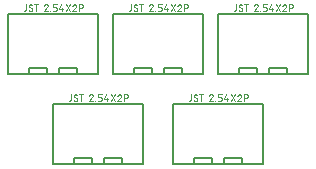
<source format=gbr>
G04 EAGLE Gerber RS-274X export*
G75*
%MOMM*%
%FSLAX34Y34*%
%LPD*%
%INSilkscreen Top*%
%IPPOS*%
%AMOC8*
5,1,8,0,0,1.08239X$1,22.5*%
G01*
%ADD10C,0.127000*%
%ADD11C,0.050800*%


D10*
X50800Y152400D02*
X50800Y101600D01*
X68580Y101600D01*
X83820Y101600D01*
X93980Y101600D02*
X109220Y101600D01*
X127000Y101600D01*
X127000Y152400D01*
X50800Y152400D01*
X68580Y106680D02*
X68580Y101600D01*
X83820Y101600D02*
X83820Y106680D01*
X83820Y101600D02*
X93980Y101600D01*
X93980Y106680D01*
X109220Y106680D02*
X109220Y101600D01*
X83820Y106680D02*
X68580Y106680D01*
X93980Y106680D02*
X109220Y106680D01*
D11*
X65617Y156436D02*
X65617Y160782D01*
X65617Y156436D02*
X65615Y156366D01*
X65609Y156297D01*
X65599Y156228D01*
X65586Y156160D01*
X65568Y156092D01*
X65547Y156026D01*
X65522Y155961D01*
X65494Y155897D01*
X65462Y155835D01*
X65427Y155775D01*
X65388Y155717D01*
X65346Y155662D01*
X65301Y155608D01*
X65253Y155558D01*
X65203Y155510D01*
X65149Y155465D01*
X65094Y155423D01*
X65036Y155384D01*
X64976Y155349D01*
X64914Y155317D01*
X64850Y155289D01*
X64785Y155264D01*
X64719Y155243D01*
X64651Y155225D01*
X64583Y155212D01*
X64514Y155202D01*
X64445Y155196D01*
X64375Y155194D01*
X63754Y155194D01*
X69838Y155194D02*
X69908Y155196D01*
X69977Y155202D01*
X70046Y155212D01*
X70114Y155225D01*
X70182Y155243D01*
X70248Y155264D01*
X70313Y155289D01*
X70377Y155317D01*
X70439Y155349D01*
X70499Y155384D01*
X70557Y155423D01*
X70612Y155465D01*
X70666Y155510D01*
X70716Y155558D01*
X70764Y155608D01*
X70809Y155662D01*
X70851Y155717D01*
X70890Y155775D01*
X70925Y155835D01*
X70957Y155897D01*
X70985Y155961D01*
X71010Y156026D01*
X71031Y156092D01*
X71049Y156160D01*
X71062Y156228D01*
X71072Y156297D01*
X71078Y156366D01*
X71080Y156436D01*
X69838Y155194D02*
X69739Y155196D01*
X69641Y155201D01*
X69543Y155211D01*
X69445Y155224D01*
X69348Y155240D01*
X69251Y155260D01*
X69156Y155284D01*
X69061Y155312D01*
X68967Y155343D01*
X68875Y155377D01*
X68784Y155415D01*
X68694Y155456D01*
X68606Y155501D01*
X68520Y155549D01*
X68436Y155600D01*
X68354Y155654D01*
X68273Y155712D01*
X68195Y155772D01*
X68120Y155835D01*
X68046Y155901D01*
X67976Y155970D01*
X68131Y159540D02*
X68133Y159610D01*
X68139Y159679D01*
X68149Y159748D01*
X68162Y159816D01*
X68180Y159884D01*
X68201Y159950D01*
X68226Y160015D01*
X68254Y160079D01*
X68286Y160141D01*
X68321Y160201D01*
X68360Y160259D01*
X68402Y160314D01*
X68447Y160368D01*
X68495Y160418D01*
X68545Y160466D01*
X68599Y160511D01*
X68654Y160553D01*
X68712Y160592D01*
X68772Y160627D01*
X68834Y160659D01*
X68898Y160687D01*
X68963Y160712D01*
X69029Y160733D01*
X69097Y160751D01*
X69165Y160764D01*
X69234Y160774D01*
X69303Y160780D01*
X69373Y160782D01*
X69467Y160780D01*
X69560Y160774D01*
X69653Y160765D01*
X69746Y160752D01*
X69838Y160735D01*
X69929Y160715D01*
X70020Y160690D01*
X70109Y160663D01*
X70197Y160631D01*
X70284Y160596D01*
X70370Y160558D01*
X70453Y160516D01*
X70535Y160471D01*
X70616Y160423D01*
X70694Y160371D01*
X70770Y160316D01*
X68752Y158454D02*
X68693Y158490D01*
X68637Y158530D01*
X68583Y158573D01*
X68531Y158618D01*
X68482Y158667D01*
X68436Y158718D01*
X68393Y158771D01*
X68352Y158827D01*
X68315Y158885D01*
X68280Y158945D01*
X68250Y159006D01*
X68222Y159069D01*
X68198Y159134D01*
X68178Y159200D01*
X68161Y159267D01*
X68148Y159334D01*
X68139Y159402D01*
X68133Y159471D01*
X68131Y159540D01*
X70459Y157522D02*
X70518Y157486D01*
X70574Y157446D01*
X70628Y157403D01*
X70680Y157358D01*
X70729Y157309D01*
X70775Y157258D01*
X70818Y157205D01*
X70859Y157149D01*
X70896Y157091D01*
X70931Y157031D01*
X70961Y156970D01*
X70989Y156907D01*
X71013Y156842D01*
X71033Y156776D01*
X71050Y156709D01*
X71063Y156642D01*
X71072Y156574D01*
X71078Y156505D01*
X71080Y156436D01*
X70459Y157522D02*
X68752Y158454D01*
X74466Y160782D02*
X74466Y155194D01*
X72914Y160782D02*
X76018Y160782D01*
X82668Y160782D02*
X82741Y160780D01*
X82814Y160774D01*
X82887Y160765D01*
X82958Y160751D01*
X83030Y160734D01*
X83100Y160714D01*
X83169Y160689D01*
X83236Y160661D01*
X83302Y160630D01*
X83367Y160595D01*
X83429Y160557D01*
X83489Y160515D01*
X83547Y160471D01*
X83603Y160423D01*
X83656Y160373D01*
X83706Y160320D01*
X83754Y160264D01*
X83798Y160206D01*
X83840Y160146D01*
X83878Y160084D01*
X83913Y160019D01*
X83944Y159953D01*
X83972Y159886D01*
X83997Y159817D01*
X84017Y159747D01*
X84034Y159675D01*
X84048Y159604D01*
X84057Y159531D01*
X84063Y159458D01*
X84065Y159385D01*
X82668Y160782D02*
X82584Y160780D01*
X82501Y160774D01*
X82418Y160765D01*
X82336Y160751D01*
X82254Y160734D01*
X82173Y160712D01*
X82093Y160687D01*
X82015Y160659D01*
X81937Y160627D01*
X81862Y160591D01*
X81788Y160552D01*
X81716Y160509D01*
X81646Y160463D01*
X81579Y160414D01*
X81513Y160361D01*
X81451Y160306D01*
X81391Y160248D01*
X81333Y160187D01*
X81279Y160124D01*
X81227Y160058D01*
X81179Y159990D01*
X81134Y159919D01*
X81092Y159847D01*
X81054Y159772D01*
X81019Y159696D01*
X80988Y159619D01*
X80960Y159540D01*
X83598Y158299D02*
X83652Y158352D01*
X83703Y158409D01*
X83751Y158468D01*
X83796Y158529D01*
X83837Y158592D01*
X83876Y158658D01*
X83911Y158725D01*
X83943Y158794D01*
X83971Y158865D01*
X83995Y158936D01*
X84016Y159009D01*
X84033Y159083D01*
X84047Y159158D01*
X84056Y159233D01*
X84062Y159309D01*
X84064Y159385D01*
X83599Y158298D02*
X80960Y155194D01*
X84065Y155194D01*
X86198Y155194D02*
X86198Y155504D01*
X86508Y155504D01*
X86508Y155194D01*
X86198Y155194D01*
X88641Y155194D02*
X90504Y155194D01*
X90574Y155196D01*
X90643Y155202D01*
X90712Y155212D01*
X90780Y155225D01*
X90848Y155243D01*
X90914Y155264D01*
X90979Y155289D01*
X91043Y155317D01*
X91105Y155349D01*
X91165Y155384D01*
X91223Y155423D01*
X91278Y155465D01*
X91332Y155510D01*
X91382Y155558D01*
X91430Y155608D01*
X91475Y155662D01*
X91517Y155717D01*
X91556Y155775D01*
X91591Y155835D01*
X91623Y155897D01*
X91651Y155961D01*
X91676Y156026D01*
X91697Y156092D01*
X91715Y156160D01*
X91728Y156228D01*
X91738Y156297D01*
X91744Y156366D01*
X91746Y156436D01*
X91746Y157057D01*
X91744Y157127D01*
X91738Y157196D01*
X91728Y157265D01*
X91715Y157333D01*
X91697Y157401D01*
X91676Y157467D01*
X91651Y157532D01*
X91623Y157596D01*
X91591Y157658D01*
X91556Y157718D01*
X91517Y157776D01*
X91475Y157831D01*
X91430Y157885D01*
X91382Y157935D01*
X91332Y157983D01*
X91278Y158028D01*
X91223Y158070D01*
X91165Y158109D01*
X91105Y158144D01*
X91043Y158176D01*
X90979Y158204D01*
X90914Y158229D01*
X90848Y158250D01*
X90780Y158268D01*
X90712Y158281D01*
X90643Y158291D01*
X90574Y158297D01*
X90504Y158299D01*
X90504Y158298D02*
X88641Y158298D01*
X88641Y160782D01*
X91746Y160782D01*
X95369Y160782D02*
X94127Y156436D01*
X97232Y156436D01*
X96301Y157678D02*
X96301Y155194D01*
X99303Y155194D02*
X103029Y160782D01*
X99303Y160782D02*
X103029Y155194D01*
X108205Y159385D02*
X108203Y159458D01*
X108197Y159531D01*
X108188Y159604D01*
X108174Y159675D01*
X108157Y159747D01*
X108137Y159817D01*
X108112Y159886D01*
X108084Y159953D01*
X108053Y160019D01*
X108018Y160084D01*
X107980Y160146D01*
X107938Y160206D01*
X107894Y160264D01*
X107846Y160320D01*
X107796Y160373D01*
X107743Y160423D01*
X107687Y160471D01*
X107629Y160515D01*
X107569Y160557D01*
X107507Y160595D01*
X107442Y160630D01*
X107376Y160661D01*
X107309Y160689D01*
X107240Y160714D01*
X107170Y160734D01*
X107098Y160751D01*
X107027Y160765D01*
X106954Y160774D01*
X106881Y160780D01*
X106808Y160782D01*
X106724Y160780D01*
X106641Y160774D01*
X106558Y160765D01*
X106476Y160751D01*
X106394Y160734D01*
X106313Y160712D01*
X106233Y160687D01*
X106155Y160659D01*
X106077Y160627D01*
X106002Y160591D01*
X105928Y160552D01*
X105856Y160509D01*
X105786Y160463D01*
X105719Y160414D01*
X105653Y160361D01*
X105591Y160306D01*
X105531Y160248D01*
X105473Y160187D01*
X105419Y160124D01*
X105367Y160058D01*
X105319Y159990D01*
X105274Y159919D01*
X105232Y159847D01*
X105194Y159772D01*
X105159Y159696D01*
X105128Y159619D01*
X105100Y159540D01*
X107738Y158299D02*
X107792Y158352D01*
X107843Y158409D01*
X107891Y158468D01*
X107936Y158529D01*
X107977Y158592D01*
X108016Y158658D01*
X108051Y158725D01*
X108083Y158794D01*
X108111Y158865D01*
X108135Y158936D01*
X108156Y159009D01*
X108173Y159083D01*
X108187Y159158D01*
X108196Y159233D01*
X108202Y159309D01*
X108204Y159385D01*
X107739Y158298D02*
X105100Y155194D01*
X108205Y155194D01*
X110852Y155194D02*
X110852Y160782D01*
X112405Y160782D01*
X112482Y160780D01*
X112560Y160774D01*
X112636Y160765D01*
X112713Y160751D01*
X112788Y160734D01*
X112862Y160713D01*
X112936Y160688D01*
X113008Y160660D01*
X113078Y160628D01*
X113147Y160593D01*
X113214Y160554D01*
X113279Y160512D01*
X113342Y160467D01*
X113403Y160419D01*
X113461Y160368D01*
X113516Y160314D01*
X113569Y160257D01*
X113618Y160198D01*
X113665Y160136D01*
X113709Y160072D01*
X113749Y160006D01*
X113786Y159938D01*
X113820Y159868D01*
X113850Y159797D01*
X113876Y159724D01*
X113899Y159650D01*
X113918Y159575D01*
X113933Y159500D01*
X113945Y159423D01*
X113953Y159346D01*
X113957Y159269D01*
X113957Y159191D01*
X113953Y159114D01*
X113945Y159037D01*
X113933Y158960D01*
X113918Y158885D01*
X113899Y158810D01*
X113876Y158736D01*
X113850Y158663D01*
X113820Y158592D01*
X113786Y158522D01*
X113749Y158454D01*
X113709Y158388D01*
X113665Y158324D01*
X113618Y158262D01*
X113569Y158203D01*
X113516Y158146D01*
X113461Y158092D01*
X113403Y158041D01*
X113342Y157993D01*
X113279Y157948D01*
X113214Y157906D01*
X113147Y157867D01*
X113078Y157832D01*
X113008Y157800D01*
X112936Y157772D01*
X112862Y157747D01*
X112788Y157726D01*
X112713Y157709D01*
X112636Y157695D01*
X112560Y157686D01*
X112482Y157680D01*
X112405Y157678D01*
X110852Y157678D01*
D10*
X139700Y152400D02*
X139700Y101600D01*
X157480Y101600D01*
X172720Y101600D01*
X182880Y101600D02*
X198120Y101600D01*
X215900Y101600D01*
X215900Y152400D01*
X139700Y152400D01*
X157480Y106680D02*
X157480Y101600D01*
X172720Y101600D02*
X172720Y106680D01*
X172720Y101600D02*
X182880Y101600D01*
X182880Y106680D01*
X198120Y106680D02*
X198120Y101600D01*
X172720Y106680D02*
X157480Y106680D01*
X182880Y106680D02*
X198120Y106680D01*
D11*
X154517Y156436D02*
X154517Y160782D01*
X154517Y156436D02*
X154515Y156366D01*
X154509Y156297D01*
X154499Y156228D01*
X154486Y156160D01*
X154468Y156092D01*
X154447Y156026D01*
X154422Y155961D01*
X154394Y155897D01*
X154362Y155835D01*
X154327Y155775D01*
X154288Y155717D01*
X154246Y155662D01*
X154201Y155608D01*
X154153Y155558D01*
X154103Y155510D01*
X154049Y155465D01*
X153994Y155423D01*
X153936Y155384D01*
X153876Y155349D01*
X153814Y155317D01*
X153750Y155289D01*
X153685Y155264D01*
X153619Y155243D01*
X153551Y155225D01*
X153483Y155212D01*
X153414Y155202D01*
X153345Y155196D01*
X153275Y155194D01*
X152654Y155194D01*
X158738Y155194D02*
X158808Y155196D01*
X158877Y155202D01*
X158946Y155212D01*
X159014Y155225D01*
X159082Y155243D01*
X159148Y155264D01*
X159213Y155289D01*
X159277Y155317D01*
X159339Y155349D01*
X159399Y155384D01*
X159457Y155423D01*
X159512Y155465D01*
X159566Y155510D01*
X159616Y155558D01*
X159664Y155608D01*
X159709Y155662D01*
X159751Y155717D01*
X159790Y155775D01*
X159825Y155835D01*
X159857Y155897D01*
X159885Y155961D01*
X159910Y156026D01*
X159931Y156092D01*
X159949Y156160D01*
X159962Y156228D01*
X159972Y156297D01*
X159978Y156366D01*
X159980Y156436D01*
X158738Y155194D02*
X158639Y155196D01*
X158541Y155201D01*
X158443Y155211D01*
X158345Y155224D01*
X158248Y155240D01*
X158151Y155260D01*
X158056Y155284D01*
X157961Y155312D01*
X157867Y155343D01*
X157775Y155377D01*
X157684Y155415D01*
X157594Y155456D01*
X157506Y155501D01*
X157420Y155549D01*
X157336Y155600D01*
X157254Y155654D01*
X157173Y155712D01*
X157095Y155772D01*
X157020Y155835D01*
X156946Y155901D01*
X156876Y155970D01*
X157031Y159540D02*
X157033Y159610D01*
X157039Y159679D01*
X157049Y159748D01*
X157062Y159816D01*
X157080Y159884D01*
X157101Y159950D01*
X157126Y160015D01*
X157154Y160079D01*
X157186Y160141D01*
X157221Y160201D01*
X157260Y160259D01*
X157302Y160314D01*
X157347Y160368D01*
X157395Y160418D01*
X157445Y160466D01*
X157499Y160511D01*
X157554Y160553D01*
X157612Y160592D01*
X157672Y160627D01*
X157734Y160659D01*
X157798Y160687D01*
X157863Y160712D01*
X157929Y160733D01*
X157997Y160751D01*
X158065Y160764D01*
X158134Y160774D01*
X158203Y160780D01*
X158273Y160782D01*
X158367Y160780D01*
X158460Y160774D01*
X158553Y160765D01*
X158646Y160752D01*
X158738Y160735D01*
X158829Y160715D01*
X158920Y160690D01*
X159009Y160663D01*
X159097Y160631D01*
X159184Y160596D01*
X159270Y160558D01*
X159353Y160516D01*
X159435Y160471D01*
X159516Y160423D01*
X159594Y160371D01*
X159670Y160316D01*
X157652Y158454D02*
X157593Y158490D01*
X157537Y158530D01*
X157483Y158573D01*
X157431Y158618D01*
X157382Y158667D01*
X157336Y158718D01*
X157293Y158771D01*
X157252Y158827D01*
X157215Y158885D01*
X157180Y158945D01*
X157150Y159006D01*
X157122Y159069D01*
X157098Y159134D01*
X157078Y159200D01*
X157061Y159267D01*
X157048Y159334D01*
X157039Y159402D01*
X157033Y159471D01*
X157031Y159540D01*
X159359Y157522D02*
X159418Y157486D01*
X159474Y157446D01*
X159528Y157403D01*
X159580Y157358D01*
X159629Y157309D01*
X159675Y157258D01*
X159718Y157205D01*
X159759Y157149D01*
X159796Y157091D01*
X159831Y157031D01*
X159861Y156970D01*
X159889Y156907D01*
X159913Y156842D01*
X159933Y156776D01*
X159950Y156709D01*
X159963Y156642D01*
X159972Y156574D01*
X159978Y156505D01*
X159980Y156436D01*
X159359Y157522D02*
X157652Y158454D01*
X163366Y160782D02*
X163366Y155194D01*
X161814Y160782D02*
X164918Y160782D01*
X171568Y160782D02*
X171641Y160780D01*
X171714Y160774D01*
X171787Y160765D01*
X171858Y160751D01*
X171930Y160734D01*
X172000Y160714D01*
X172069Y160689D01*
X172136Y160661D01*
X172202Y160630D01*
X172267Y160595D01*
X172329Y160557D01*
X172389Y160515D01*
X172447Y160471D01*
X172503Y160423D01*
X172556Y160373D01*
X172606Y160320D01*
X172654Y160264D01*
X172698Y160206D01*
X172740Y160146D01*
X172778Y160084D01*
X172813Y160019D01*
X172844Y159953D01*
X172872Y159886D01*
X172897Y159817D01*
X172917Y159747D01*
X172934Y159675D01*
X172948Y159604D01*
X172957Y159531D01*
X172963Y159458D01*
X172965Y159385D01*
X171568Y160782D02*
X171484Y160780D01*
X171401Y160774D01*
X171318Y160765D01*
X171236Y160751D01*
X171154Y160734D01*
X171073Y160712D01*
X170993Y160687D01*
X170915Y160659D01*
X170837Y160627D01*
X170762Y160591D01*
X170688Y160552D01*
X170616Y160509D01*
X170546Y160463D01*
X170479Y160414D01*
X170413Y160361D01*
X170351Y160306D01*
X170291Y160248D01*
X170233Y160187D01*
X170179Y160124D01*
X170127Y160058D01*
X170079Y159990D01*
X170034Y159919D01*
X169992Y159847D01*
X169954Y159772D01*
X169919Y159696D01*
X169888Y159619D01*
X169860Y159540D01*
X172498Y158299D02*
X172552Y158352D01*
X172603Y158409D01*
X172651Y158468D01*
X172696Y158529D01*
X172737Y158592D01*
X172776Y158658D01*
X172811Y158725D01*
X172843Y158794D01*
X172871Y158865D01*
X172895Y158936D01*
X172916Y159009D01*
X172933Y159083D01*
X172947Y159158D01*
X172956Y159233D01*
X172962Y159309D01*
X172964Y159385D01*
X172499Y158298D02*
X169860Y155194D01*
X172965Y155194D01*
X175098Y155194D02*
X175098Y155504D01*
X175408Y155504D01*
X175408Y155194D01*
X175098Y155194D01*
X177541Y155194D02*
X179404Y155194D01*
X179474Y155196D01*
X179543Y155202D01*
X179612Y155212D01*
X179680Y155225D01*
X179748Y155243D01*
X179814Y155264D01*
X179879Y155289D01*
X179943Y155317D01*
X180005Y155349D01*
X180065Y155384D01*
X180123Y155423D01*
X180178Y155465D01*
X180232Y155510D01*
X180282Y155558D01*
X180330Y155608D01*
X180375Y155662D01*
X180417Y155717D01*
X180456Y155775D01*
X180491Y155835D01*
X180523Y155897D01*
X180551Y155961D01*
X180576Y156026D01*
X180597Y156092D01*
X180615Y156160D01*
X180628Y156228D01*
X180638Y156297D01*
X180644Y156366D01*
X180646Y156436D01*
X180646Y157057D01*
X180644Y157127D01*
X180638Y157196D01*
X180628Y157265D01*
X180615Y157333D01*
X180597Y157401D01*
X180576Y157467D01*
X180551Y157532D01*
X180523Y157596D01*
X180491Y157658D01*
X180456Y157718D01*
X180417Y157776D01*
X180375Y157831D01*
X180330Y157885D01*
X180282Y157935D01*
X180232Y157983D01*
X180178Y158028D01*
X180123Y158070D01*
X180065Y158109D01*
X180005Y158144D01*
X179943Y158176D01*
X179879Y158204D01*
X179814Y158229D01*
X179748Y158250D01*
X179680Y158268D01*
X179612Y158281D01*
X179543Y158291D01*
X179474Y158297D01*
X179404Y158299D01*
X179404Y158298D02*
X177541Y158298D01*
X177541Y160782D01*
X180646Y160782D01*
X184269Y160782D02*
X183027Y156436D01*
X186132Y156436D01*
X185201Y157678D02*
X185201Y155194D01*
X188203Y155194D02*
X191929Y160782D01*
X188203Y160782D02*
X191929Y155194D01*
X197105Y159385D02*
X197103Y159458D01*
X197097Y159531D01*
X197088Y159604D01*
X197074Y159675D01*
X197057Y159747D01*
X197037Y159817D01*
X197012Y159886D01*
X196984Y159953D01*
X196953Y160019D01*
X196918Y160084D01*
X196880Y160146D01*
X196838Y160206D01*
X196794Y160264D01*
X196746Y160320D01*
X196696Y160373D01*
X196643Y160423D01*
X196587Y160471D01*
X196529Y160515D01*
X196469Y160557D01*
X196407Y160595D01*
X196342Y160630D01*
X196276Y160661D01*
X196209Y160689D01*
X196140Y160714D01*
X196070Y160734D01*
X195998Y160751D01*
X195927Y160765D01*
X195854Y160774D01*
X195781Y160780D01*
X195708Y160782D01*
X195624Y160780D01*
X195541Y160774D01*
X195458Y160765D01*
X195376Y160751D01*
X195294Y160734D01*
X195213Y160712D01*
X195133Y160687D01*
X195055Y160659D01*
X194977Y160627D01*
X194902Y160591D01*
X194828Y160552D01*
X194756Y160509D01*
X194686Y160463D01*
X194619Y160414D01*
X194553Y160361D01*
X194491Y160306D01*
X194431Y160248D01*
X194373Y160187D01*
X194319Y160124D01*
X194267Y160058D01*
X194219Y159990D01*
X194174Y159919D01*
X194132Y159847D01*
X194094Y159772D01*
X194059Y159696D01*
X194028Y159619D01*
X194000Y159540D01*
X196638Y158299D02*
X196692Y158352D01*
X196743Y158409D01*
X196791Y158468D01*
X196836Y158529D01*
X196877Y158592D01*
X196916Y158658D01*
X196951Y158725D01*
X196983Y158794D01*
X197011Y158865D01*
X197035Y158936D01*
X197056Y159009D01*
X197073Y159083D01*
X197087Y159158D01*
X197096Y159233D01*
X197102Y159309D01*
X197104Y159385D01*
X196639Y158298D02*
X194000Y155194D01*
X197105Y155194D01*
X199752Y155194D02*
X199752Y160782D01*
X201305Y160782D01*
X201382Y160780D01*
X201460Y160774D01*
X201536Y160765D01*
X201613Y160751D01*
X201688Y160734D01*
X201762Y160713D01*
X201836Y160688D01*
X201908Y160660D01*
X201978Y160628D01*
X202047Y160593D01*
X202114Y160554D01*
X202179Y160512D01*
X202242Y160467D01*
X202303Y160419D01*
X202361Y160368D01*
X202416Y160314D01*
X202469Y160257D01*
X202518Y160198D01*
X202565Y160136D01*
X202609Y160072D01*
X202649Y160006D01*
X202686Y159938D01*
X202720Y159868D01*
X202750Y159797D01*
X202776Y159724D01*
X202799Y159650D01*
X202818Y159575D01*
X202833Y159500D01*
X202845Y159423D01*
X202853Y159346D01*
X202857Y159269D01*
X202857Y159191D01*
X202853Y159114D01*
X202845Y159037D01*
X202833Y158960D01*
X202818Y158885D01*
X202799Y158810D01*
X202776Y158736D01*
X202750Y158663D01*
X202720Y158592D01*
X202686Y158522D01*
X202649Y158454D01*
X202609Y158388D01*
X202565Y158324D01*
X202518Y158262D01*
X202469Y158203D01*
X202416Y158146D01*
X202361Y158092D01*
X202303Y158041D01*
X202242Y157993D01*
X202179Y157948D01*
X202114Y157906D01*
X202047Y157867D01*
X201978Y157832D01*
X201908Y157800D01*
X201836Y157772D01*
X201762Y157747D01*
X201688Y157726D01*
X201613Y157709D01*
X201536Y157695D01*
X201460Y157686D01*
X201382Y157680D01*
X201305Y157678D01*
X199752Y157678D01*
D10*
X228600Y152400D02*
X228600Y101600D01*
X246380Y101600D01*
X261620Y101600D01*
X271780Y101600D02*
X287020Y101600D01*
X304800Y101600D01*
X304800Y152400D01*
X228600Y152400D01*
X246380Y106680D02*
X246380Y101600D01*
X261620Y101600D02*
X261620Y106680D01*
X261620Y101600D02*
X271780Y101600D01*
X271780Y106680D01*
X287020Y106680D02*
X287020Y101600D01*
X261620Y106680D02*
X246380Y106680D01*
X271780Y106680D02*
X287020Y106680D01*
D11*
X243417Y156436D02*
X243417Y160782D01*
X243417Y156436D02*
X243415Y156366D01*
X243409Y156297D01*
X243399Y156228D01*
X243386Y156160D01*
X243368Y156092D01*
X243347Y156026D01*
X243322Y155961D01*
X243294Y155897D01*
X243262Y155835D01*
X243227Y155775D01*
X243188Y155717D01*
X243146Y155662D01*
X243101Y155608D01*
X243053Y155558D01*
X243003Y155510D01*
X242949Y155465D01*
X242894Y155423D01*
X242836Y155384D01*
X242776Y155349D01*
X242714Y155317D01*
X242650Y155289D01*
X242585Y155264D01*
X242519Y155243D01*
X242451Y155225D01*
X242383Y155212D01*
X242314Y155202D01*
X242245Y155196D01*
X242175Y155194D01*
X241554Y155194D01*
X247638Y155194D02*
X247708Y155196D01*
X247777Y155202D01*
X247846Y155212D01*
X247914Y155225D01*
X247982Y155243D01*
X248048Y155264D01*
X248113Y155289D01*
X248177Y155317D01*
X248239Y155349D01*
X248299Y155384D01*
X248357Y155423D01*
X248412Y155465D01*
X248466Y155510D01*
X248516Y155558D01*
X248564Y155608D01*
X248609Y155662D01*
X248651Y155717D01*
X248690Y155775D01*
X248725Y155835D01*
X248757Y155897D01*
X248785Y155961D01*
X248810Y156026D01*
X248831Y156092D01*
X248849Y156160D01*
X248862Y156228D01*
X248872Y156297D01*
X248878Y156366D01*
X248880Y156436D01*
X247638Y155194D02*
X247539Y155196D01*
X247441Y155201D01*
X247343Y155211D01*
X247245Y155224D01*
X247148Y155240D01*
X247051Y155260D01*
X246956Y155284D01*
X246861Y155312D01*
X246767Y155343D01*
X246675Y155377D01*
X246584Y155415D01*
X246494Y155456D01*
X246406Y155501D01*
X246320Y155549D01*
X246236Y155600D01*
X246154Y155654D01*
X246073Y155712D01*
X245995Y155772D01*
X245920Y155835D01*
X245846Y155901D01*
X245776Y155970D01*
X245931Y159540D02*
X245933Y159610D01*
X245939Y159679D01*
X245949Y159748D01*
X245962Y159816D01*
X245980Y159884D01*
X246001Y159950D01*
X246026Y160015D01*
X246054Y160079D01*
X246086Y160141D01*
X246121Y160201D01*
X246160Y160259D01*
X246202Y160314D01*
X246247Y160368D01*
X246295Y160418D01*
X246345Y160466D01*
X246399Y160511D01*
X246454Y160553D01*
X246512Y160592D01*
X246572Y160627D01*
X246634Y160659D01*
X246698Y160687D01*
X246763Y160712D01*
X246829Y160733D01*
X246897Y160751D01*
X246965Y160764D01*
X247034Y160774D01*
X247103Y160780D01*
X247173Y160782D01*
X247267Y160780D01*
X247360Y160774D01*
X247453Y160765D01*
X247546Y160752D01*
X247638Y160735D01*
X247729Y160715D01*
X247820Y160690D01*
X247909Y160663D01*
X247997Y160631D01*
X248084Y160596D01*
X248170Y160558D01*
X248253Y160516D01*
X248335Y160471D01*
X248416Y160423D01*
X248494Y160371D01*
X248570Y160316D01*
X246552Y158454D02*
X246493Y158490D01*
X246437Y158530D01*
X246383Y158573D01*
X246331Y158618D01*
X246282Y158667D01*
X246236Y158718D01*
X246193Y158771D01*
X246152Y158827D01*
X246115Y158885D01*
X246080Y158945D01*
X246050Y159006D01*
X246022Y159069D01*
X245998Y159134D01*
X245978Y159200D01*
X245961Y159267D01*
X245948Y159334D01*
X245939Y159402D01*
X245933Y159471D01*
X245931Y159540D01*
X248259Y157522D02*
X248318Y157486D01*
X248374Y157446D01*
X248428Y157403D01*
X248480Y157358D01*
X248529Y157309D01*
X248575Y157258D01*
X248618Y157205D01*
X248659Y157149D01*
X248696Y157091D01*
X248731Y157031D01*
X248761Y156970D01*
X248789Y156907D01*
X248813Y156842D01*
X248833Y156776D01*
X248850Y156709D01*
X248863Y156642D01*
X248872Y156574D01*
X248878Y156505D01*
X248880Y156436D01*
X248259Y157522D02*
X246552Y158454D01*
X252266Y160782D02*
X252266Y155194D01*
X250714Y160782D02*
X253818Y160782D01*
X260468Y160782D02*
X260541Y160780D01*
X260614Y160774D01*
X260687Y160765D01*
X260758Y160751D01*
X260830Y160734D01*
X260900Y160714D01*
X260969Y160689D01*
X261036Y160661D01*
X261102Y160630D01*
X261167Y160595D01*
X261229Y160557D01*
X261289Y160515D01*
X261347Y160471D01*
X261403Y160423D01*
X261456Y160373D01*
X261506Y160320D01*
X261554Y160264D01*
X261598Y160206D01*
X261640Y160146D01*
X261678Y160084D01*
X261713Y160019D01*
X261744Y159953D01*
X261772Y159886D01*
X261797Y159817D01*
X261817Y159747D01*
X261834Y159675D01*
X261848Y159604D01*
X261857Y159531D01*
X261863Y159458D01*
X261865Y159385D01*
X260468Y160782D02*
X260384Y160780D01*
X260301Y160774D01*
X260218Y160765D01*
X260136Y160751D01*
X260054Y160734D01*
X259973Y160712D01*
X259893Y160687D01*
X259815Y160659D01*
X259737Y160627D01*
X259662Y160591D01*
X259588Y160552D01*
X259516Y160509D01*
X259446Y160463D01*
X259379Y160414D01*
X259313Y160361D01*
X259251Y160306D01*
X259191Y160248D01*
X259133Y160187D01*
X259079Y160124D01*
X259027Y160058D01*
X258979Y159990D01*
X258934Y159919D01*
X258892Y159847D01*
X258854Y159772D01*
X258819Y159696D01*
X258788Y159619D01*
X258760Y159540D01*
X261398Y158299D02*
X261452Y158352D01*
X261503Y158409D01*
X261551Y158468D01*
X261596Y158529D01*
X261637Y158592D01*
X261676Y158658D01*
X261711Y158725D01*
X261743Y158794D01*
X261771Y158865D01*
X261795Y158936D01*
X261816Y159009D01*
X261833Y159083D01*
X261847Y159158D01*
X261856Y159233D01*
X261862Y159309D01*
X261864Y159385D01*
X261399Y158298D02*
X258760Y155194D01*
X261865Y155194D01*
X263998Y155194D02*
X263998Y155504D01*
X264308Y155504D01*
X264308Y155194D01*
X263998Y155194D01*
X266441Y155194D02*
X268304Y155194D01*
X268374Y155196D01*
X268443Y155202D01*
X268512Y155212D01*
X268580Y155225D01*
X268648Y155243D01*
X268714Y155264D01*
X268779Y155289D01*
X268843Y155317D01*
X268905Y155349D01*
X268965Y155384D01*
X269023Y155423D01*
X269078Y155465D01*
X269132Y155510D01*
X269182Y155558D01*
X269230Y155608D01*
X269275Y155662D01*
X269317Y155717D01*
X269356Y155775D01*
X269391Y155835D01*
X269423Y155897D01*
X269451Y155961D01*
X269476Y156026D01*
X269497Y156092D01*
X269515Y156160D01*
X269528Y156228D01*
X269538Y156297D01*
X269544Y156366D01*
X269546Y156436D01*
X269546Y157057D01*
X269544Y157127D01*
X269538Y157196D01*
X269528Y157265D01*
X269515Y157333D01*
X269497Y157401D01*
X269476Y157467D01*
X269451Y157532D01*
X269423Y157596D01*
X269391Y157658D01*
X269356Y157718D01*
X269317Y157776D01*
X269275Y157831D01*
X269230Y157885D01*
X269182Y157935D01*
X269132Y157983D01*
X269078Y158028D01*
X269023Y158070D01*
X268965Y158109D01*
X268905Y158144D01*
X268843Y158176D01*
X268779Y158204D01*
X268714Y158229D01*
X268648Y158250D01*
X268580Y158268D01*
X268512Y158281D01*
X268443Y158291D01*
X268374Y158297D01*
X268304Y158299D01*
X268304Y158298D02*
X266441Y158298D01*
X266441Y160782D01*
X269546Y160782D01*
X273169Y160782D02*
X271927Y156436D01*
X275032Y156436D01*
X274101Y157678D02*
X274101Y155194D01*
X277103Y155194D02*
X280829Y160782D01*
X277103Y160782D02*
X280829Y155194D01*
X286005Y159385D02*
X286003Y159458D01*
X285997Y159531D01*
X285988Y159604D01*
X285974Y159675D01*
X285957Y159747D01*
X285937Y159817D01*
X285912Y159886D01*
X285884Y159953D01*
X285853Y160019D01*
X285818Y160084D01*
X285780Y160146D01*
X285738Y160206D01*
X285694Y160264D01*
X285646Y160320D01*
X285596Y160373D01*
X285543Y160423D01*
X285487Y160471D01*
X285429Y160515D01*
X285369Y160557D01*
X285307Y160595D01*
X285242Y160630D01*
X285176Y160661D01*
X285109Y160689D01*
X285040Y160714D01*
X284970Y160734D01*
X284898Y160751D01*
X284827Y160765D01*
X284754Y160774D01*
X284681Y160780D01*
X284608Y160782D01*
X284524Y160780D01*
X284441Y160774D01*
X284358Y160765D01*
X284276Y160751D01*
X284194Y160734D01*
X284113Y160712D01*
X284033Y160687D01*
X283955Y160659D01*
X283877Y160627D01*
X283802Y160591D01*
X283728Y160552D01*
X283656Y160509D01*
X283586Y160463D01*
X283519Y160414D01*
X283453Y160361D01*
X283391Y160306D01*
X283331Y160248D01*
X283273Y160187D01*
X283219Y160124D01*
X283167Y160058D01*
X283119Y159990D01*
X283074Y159919D01*
X283032Y159847D01*
X282994Y159772D01*
X282959Y159696D01*
X282928Y159619D01*
X282900Y159540D01*
X285538Y158299D02*
X285592Y158352D01*
X285643Y158409D01*
X285691Y158468D01*
X285736Y158529D01*
X285777Y158592D01*
X285816Y158658D01*
X285851Y158725D01*
X285883Y158794D01*
X285911Y158865D01*
X285935Y158936D01*
X285956Y159009D01*
X285973Y159083D01*
X285987Y159158D01*
X285996Y159233D01*
X286002Y159309D01*
X286004Y159385D01*
X285539Y158298D02*
X282900Y155194D01*
X286005Y155194D01*
X288652Y155194D02*
X288652Y160782D01*
X290205Y160782D01*
X290282Y160780D01*
X290360Y160774D01*
X290436Y160765D01*
X290513Y160751D01*
X290588Y160734D01*
X290662Y160713D01*
X290736Y160688D01*
X290808Y160660D01*
X290878Y160628D01*
X290947Y160593D01*
X291014Y160554D01*
X291079Y160512D01*
X291142Y160467D01*
X291203Y160419D01*
X291261Y160368D01*
X291316Y160314D01*
X291369Y160257D01*
X291418Y160198D01*
X291465Y160136D01*
X291509Y160072D01*
X291549Y160006D01*
X291586Y159938D01*
X291620Y159868D01*
X291650Y159797D01*
X291676Y159724D01*
X291699Y159650D01*
X291718Y159575D01*
X291733Y159500D01*
X291745Y159423D01*
X291753Y159346D01*
X291757Y159269D01*
X291757Y159191D01*
X291753Y159114D01*
X291745Y159037D01*
X291733Y158960D01*
X291718Y158885D01*
X291699Y158810D01*
X291676Y158736D01*
X291650Y158663D01*
X291620Y158592D01*
X291586Y158522D01*
X291549Y158454D01*
X291509Y158388D01*
X291465Y158324D01*
X291418Y158262D01*
X291369Y158203D01*
X291316Y158146D01*
X291261Y158092D01*
X291203Y158041D01*
X291142Y157993D01*
X291079Y157948D01*
X291014Y157906D01*
X290947Y157867D01*
X290878Y157832D01*
X290808Y157800D01*
X290736Y157772D01*
X290662Y157747D01*
X290588Y157726D01*
X290513Y157709D01*
X290436Y157695D01*
X290360Y157686D01*
X290282Y157680D01*
X290205Y157678D01*
X288652Y157678D01*
D10*
X88900Y76200D02*
X88900Y25400D01*
X106680Y25400D01*
X121920Y25400D01*
X132080Y25400D02*
X147320Y25400D01*
X165100Y25400D01*
X165100Y76200D01*
X88900Y76200D01*
X106680Y30480D02*
X106680Y25400D01*
X121920Y25400D02*
X121920Y30480D01*
X121920Y25400D02*
X132080Y25400D01*
X132080Y30480D01*
X147320Y30480D02*
X147320Y25400D01*
X121920Y30480D02*
X106680Y30480D01*
X132080Y30480D02*
X147320Y30480D01*
D11*
X103717Y80236D02*
X103717Y84582D01*
X103717Y80236D02*
X103715Y80166D01*
X103709Y80097D01*
X103699Y80028D01*
X103686Y79960D01*
X103668Y79892D01*
X103647Y79826D01*
X103622Y79761D01*
X103594Y79697D01*
X103562Y79635D01*
X103527Y79575D01*
X103488Y79517D01*
X103446Y79462D01*
X103401Y79408D01*
X103353Y79358D01*
X103303Y79310D01*
X103249Y79265D01*
X103194Y79223D01*
X103136Y79184D01*
X103076Y79149D01*
X103014Y79117D01*
X102950Y79089D01*
X102885Y79064D01*
X102819Y79043D01*
X102751Y79025D01*
X102683Y79012D01*
X102614Y79002D01*
X102545Y78996D01*
X102475Y78994D01*
X101854Y78994D01*
X107938Y78994D02*
X108008Y78996D01*
X108077Y79002D01*
X108146Y79012D01*
X108214Y79025D01*
X108282Y79043D01*
X108348Y79064D01*
X108413Y79089D01*
X108477Y79117D01*
X108539Y79149D01*
X108599Y79184D01*
X108657Y79223D01*
X108712Y79265D01*
X108766Y79310D01*
X108816Y79358D01*
X108864Y79408D01*
X108909Y79462D01*
X108951Y79517D01*
X108990Y79575D01*
X109025Y79635D01*
X109057Y79697D01*
X109085Y79761D01*
X109110Y79826D01*
X109131Y79892D01*
X109149Y79960D01*
X109162Y80028D01*
X109172Y80097D01*
X109178Y80166D01*
X109180Y80236D01*
X107938Y78994D02*
X107839Y78996D01*
X107741Y79001D01*
X107643Y79011D01*
X107545Y79024D01*
X107448Y79040D01*
X107351Y79060D01*
X107256Y79084D01*
X107161Y79112D01*
X107067Y79143D01*
X106975Y79177D01*
X106884Y79215D01*
X106794Y79256D01*
X106706Y79301D01*
X106620Y79349D01*
X106536Y79400D01*
X106454Y79454D01*
X106373Y79512D01*
X106295Y79572D01*
X106220Y79635D01*
X106146Y79701D01*
X106076Y79770D01*
X106231Y83340D02*
X106233Y83410D01*
X106239Y83479D01*
X106249Y83548D01*
X106262Y83616D01*
X106280Y83684D01*
X106301Y83750D01*
X106326Y83815D01*
X106354Y83879D01*
X106386Y83941D01*
X106421Y84001D01*
X106460Y84059D01*
X106502Y84114D01*
X106547Y84168D01*
X106595Y84218D01*
X106645Y84266D01*
X106699Y84311D01*
X106754Y84353D01*
X106812Y84392D01*
X106872Y84427D01*
X106934Y84459D01*
X106998Y84487D01*
X107063Y84512D01*
X107129Y84533D01*
X107197Y84551D01*
X107265Y84564D01*
X107334Y84574D01*
X107403Y84580D01*
X107473Y84582D01*
X107567Y84580D01*
X107660Y84574D01*
X107753Y84565D01*
X107846Y84552D01*
X107938Y84535D01*
X108029Y84515D01*
X108120Y84490D01*
X108209Y84463D01*
X108297Y84431D01*
X108384Y84396D01*
X108470Y84358D01*
X108553Y84316D01*
X108635Y84271D01*
X108716Y84223D01*
X108794Y84171D01*
X108870Y84116D01*
X106852Y82254D02*
X106793Y82290D01*
X106737Y82330D01*
X106683Y82373D01*
X106631Y82418D01*
X106582Y82467D01*
X106536Y82518D01*
X106493Y82571D01*
X106452Y82627D01*
X106415Y82685D01*
X106380Y82745D01*
X106350Y82806D01*
X106322Y82869D01*
X106298Y82934D01*
X106278Y83000D01*
X106261Y83067D01*
X106248Y83134D01*
X106239Y83202D01*
X106233Y83271D01*
X106231Y83340D01*
X108559Y81322D02*
X108618Y81286D01*
X108674Y81246D01*
X108728Y81203D01*
X108780Y81158D01*
X108829Y81109D01*
X108875Y81058D01*
X108918Y81005D01*
X108959Y80949D01*
X108996Y80891D01*
X109031Y80831D01*
X109061Y80770D01*
X109089Y80707D01*
X109113Y80642D01*
X109133Y80576D01*
X109150Y80509D01*
X109163Y80442D01*
X109172Y80374D01*
X109178Y80305D01*
X109180Y80236D01*
X108559Y81322D02*
X106852Y82254D01*
X112566Y84582D02*
X112566Y78994D01*
X111014Y84582D02*
X114118Y84582D01*
X120768Y84582D02*
X120841Y84580D01*
X120914Y84574D01*
X120987Y84565D01*
X121058Y84551D01*
X121130Y84534D01*
X121200Y84514D01*
X121269Y84489D01*
X121336Y84461D01*
X121402Y84430D01*
X121467Y84395D01*
X121529Y84357D01*
X121589Y84315D01*
X121647Y84271D01*
X121703Y84223D01*
X121756Y84173D01*
X121806Y84120D01*
X121854Y84064D01*
X121898Y84006D01*
X121940Y83946D01*
X121978Y83884D01*
X122013Y83819D01*
X122044Y83753D01*
X122072Y83686D01*
X122097Y83617D01*
X122117Y83547D01*
X122134Y83475D01*
X122148Y83404D01*
X122157Y83331D01*
X122163Y83258D01*
X122165Y83185D01*
X120768Y84582D02*
X120684Y84580D01*
X120601Y84574D01*
X120518Y84565D01*
X120436Y84551D01*
X120354Y84534D01*
X120273Y84512D01*
X120193Y84487D01*
X120115Y84459D01*
X120037Y84427D01*
X119962Y84391D01*
X119888Y84352D01*
X119816Y84309D01*
X119746Y84263D01*
X119679Y84214D01*
X119613Y84161D01*
X119551Y84106D01*
X119491Y84048D01*
X119433Y83987D01*
X119379Y83924D01*
X119327Y83858D01*
X119279Y83790D01*
X119234Y83719D01*
X119192Y83647D01*
X119154Y83572D01*
X119119Y83496D01*
X119088Y83419D01*
X119060Y83340D01*
X121698Y82099D02*
X121752Y82152D01*
X121803Y82209D01*
X121851Y82268D01*
X121896Y82329D01*
X121937Y82392D01*
X121976Y82458D01*
X122011Y82525D01*
X122043Y82594D01*
X122071Y82665D01*
X122095Y82736D01*
X122116Y82809D01*
X122133Y82883D01*
X122147Y82958D01*
X122156Y83033D01*
X122162Y83109D01*
X122164Y83185D01*
X121699Y82098D02*
X119060Y78994D01*
X122165Y78994D01*
X124298Y78994D02*
X124298Y79304D01*
X124608Y79304D01*
X124608Y78994D01*
X124298Y78994D01*
X126741Y78994D02*
X128604Y78994D01*
X128674Y78996D01*
X128743Y79002D01*
X128812Y79012D01*
X128880Y79025D01*
X128948Y79043D01*
X129014Y79064D01*
X129079Y79089D01*
X129143Y79117D01*
X129205Y79149D01*
X129265Y79184D01*
X129323Y79223D01*
X129378Y79265D01*
X129432Y79310D01*
X129482Y79358D01*
X129530Y79408D01*
X129575Y79462D01*
X129617Y79517D01*
X129656Y79575D01*
X129691Y79635D01*
X129723Y79697D01*
X129751Y79761D01*
X129776Y79826D01*
X129797Y79892D01*
X129815Y79960D01*
X129828Y80028D01*
X129838Y80097D01*
X129844Y80166D01*
X129846Y80236D01*
X129846Y80857D01*
X129844Y80927D01*
X129838Y80996D01*
X129828Y81065D01*
X129815Y81133D01*
X129797Y81201D01*
X129776Y81267D01*
X129751Y81332D01*
X129723Y81396D01*
X129691Y81458D01*
X129656Y81518D01*
X129617Y81576D01*
X129575Y81631D01*
X129530Y81685D01*
X129482Y81735D01*
X129432Y81783D01*
X129378Y81828D01*
X129323Y81870D01*
X129265Y81909D01*
X129205Y81944D01*
X129143Y81976D01*
X129079Y82004D01*
X129014Y82029D01*
X128948Y82050D01*
X128880Y82068D01*
X128812Y82081D01*
X128743Y82091D01*
X128674Y82097D01*
X128604Y82099D01*
X128604Y82098D02*
X126741Y82098D01*
X126741Y84582D01*
X129846Y84582D01*
X133469Y84582D02*
X132227Y80236D01*
X135332Y80236D01*
X134401Y81478D02*
X134401Y78994D01*
X137403Y78994D02*
X141129Y84582D01*
X137403Y84582D02*
X141129Y78994D01*
X146305Y83185D02*
X146303Y83258D01*
X146297Y83331D01*
X146288Y83404D01*
X146274Y83475D01*
X146257Y83547D01*
X146237Y83617D01*
X146212Y83686D01*
X146184Y83753D01*
X146153Y83819D01*
X146118Y83884D01*
X146080Y83946D01*
X146038Y84006D01*
X145994Y84064D01*
X145946Y84120D01*
X145896Y84173D01*
X145843Y84223D01*
X145787Y84271D01*
X145729Y84315D01*
X145669Y84357D01*
X145607Y84395D01*
X145542Y84430D01*
X145476Y84461D01*
X145409Y84489D01*
X145340Y84514D01*
X145270Y84534D01*
X145198Y84551D01*
X145127Y84565D01*
X145054Y84574D01*
X144981Y84580D01*
X144908Y84582D01*
X144824Y84580D01*
X144741Y84574D01*
X144658Y84565D01*
X144576Y84551D01*
X144494Y84534D01*
X144413Y84512D01*
X144333Y84487D01*
X144255Y84459D01*
X144177Y84427D01*
X144102Y84391D01*
X144028Y84352D01*
X143956Y84309D01*
X143886Y84263D01*
X143819Y84214D01*
X143753Y84161D01*
X143691Y84106D01*
X143631Y84048D01*
X143573Y83987D01*
X143519Y83924D01*
X143467Y83858D01*
X143419Y83790D01*
X143374Y83719D01*
X143332Y83647D01*
X143294Y83572D01*
X143259Y83496D01*
X143228Y83419D01*
X143200Y83340D01*
X145838Y82099D02*
X145892Y82152D01*
X145943Y82209D01*
X145991Y82268D01*
X146036Y82329D01*
X146077Y82392D01*
X146116Y82458D01*
X146151Y82525D01*
X146183Y82594D01*
X146211Y82665D01*
X146235Y82736D01*
X146256Y82809D01*
X146273Y82883D01*
X146287Y82958D01*
X146296Y83033D01*
X146302Y83109D01*
X146304Y83185D01*
X145839Y82098D02*
X143200Y78994D01*
X146305Y78994D01*
X148952Y78994D02*
X148952Y84582D01*
X150505Y84582D01*
X150582Y84580D01*
X150660Y84574D01*
X150736Y84565D01*
X150813Y84551D01*
X150888Y84534D01*
X150962Y84513D01*
X151036Y84488D01*
X151108Y84460D01*
X151178Y84428D01*
X151247Y84393D01*
X151314Y84354D01*
X151379Y84312D01*
X151442Y84267D01*
X151503Y84219D01*
X151561Y84168D01*
X151616Y84114D01*
X151669Y84057D01*
X151718Y83998D01*
X151765Y83936D01*
X151809Y83872D01*
X151849Y83806D01*
X151886Y83738D01*
X151920Y83668D01*
X151950Y83597D01*
X151976Y83524D01*
X151999Y83450D01*
X152018Y83375D01*
X152033Y83300D01*
X152045Y83223D01*
X152053Y83146D01*
X152057Y83069D01*
X152057Y82991D01*
X152053Y82914D01*
X152045Y82837D01*
X152033Y82760D01*
X152018Y82685D01*
X151999Y82610D01*
X151976Y82536D01*
X151950Y82463D01*
X151920Y82392D01*
X151886Y82322D01*
X151849Y82254D01*
X151809Y82188D01*
X151765Y82124D01*
X151718Y82062D01*
X151669Y82003D01*
X151616Y81946D01*
X151561Y81892D01*
X151503Y81841D01*
X151442Y81793D01*
X151379Y81748D01*
X151314Y81706D01*
X151247Y81667D01*
X151178Y81632D01*
X151108Y81600D01*
X151036Y81572D01*
X150962Y81547D01*
X150888Y81526D01*
X150813Y81509D01*
X150736Y81495D01*
X150660Y81486D01*
X150582Y81480D01*
X150505Y81478D01*
X148952Y81478D01*
D10*
X190500Y76200D02*
X190500Y25400D01*
X208280Y25400D01*
X223520Y25400D01*
X233680Y25400D02*
X248920Y25400D01*
X266700Y25400D01*
X266700Y76200D01*
X190500Y76200D01*
X208280Y30480D02*
X208280Y25400D01*
X223520Y25400D02*
X223520Y30480D01*
X223520Y25400D02*
X233680Y25400D01*
X233680Y30480D01*
X248920Y30480D02*
X248920Y25400D01*
X223520Y30480D02*
X208280Y30480D01*
X233680Y30480D02*
X248920Y30480D01*
D11*
X205317Y80236D02*
X205317Y84582D01*
X205317Y80236D02*
X205315Y80166D01*
X205309Y80097D01*
X205299Y80028D01*
X205286Y79960D01*
X205268Y79892D01*
X205247Y79826D01*
X205222Y79761D01*
X205194Y79697D01*
X205162Y79635D01*
X205127Y79575D01*
X205088Y79517D01*
X205046Y79462D01*
X205001Y79408D01*
X204953Y79358D01*
X204903Y79310D01*
X204849Y79265D01*
X204794Y79223D01*
X204736Y79184D01*
X204676Y79149D01*
X204614Y79117D01*
X204550Y79089D01*
X204485Y79064D01*
X204419Y79043D01*
X204351Y79025D01*
X204283Y79012D01*
X204214Y79002D01*
X204145Y78996D01*
X204075Y78994D01*
X203454Y78994D01*
X209538Y78994D02*
X209608Y78996D01*
X209677Y79002D01*
X209746Y79012D01*
X209814Y79025D01*
X209882Y79043D01*
X209948Y79064D01*
X210013Y79089D01*
X210077Y79117D01*
X210139Y79149D01*
X210199Y79184D01*
X210257Y79223D01*
X210312Y79265D01*
X210366Y79310D01*
X210416Y79358D01*
X210464Y79408D01*
X210509Y79462D01*
X210551Y79517D01*
X210590Y79575D01*
X210625Y79635D01*
X210657Y79697D01*
X210685Y79761D01*
X210710Y79826D01*
X210731Y79892D01*
X210749Y79960D01*
X210762Y80028D01*
X210772Y80097D01*
X210778Y80166D01*
X210780Y80236D01*
X209538Y78994D02*
X209439Y78996D01*
X209341Y79001D01*
X209243Y79011D01*
X209145Y79024D01*
X209048Y79040D01*
X208951Y79060D01*
X208856Y79084D01*
X208761Y79112D01*
X208667Y79143D01*
X208575Y79177D01*
X208484Y79215D01*
X208394Y79256D01*
X208306Y79301D01*
X208220Y79349D01*
X208136Y79400D01*
X208054Y79454D01*
X207973Y79512D01*
X207895Y79572D01*
X207820Y79635D01*
X207746Y79701D01*
X207676Y79770D01*
X207831Y83340D02*
X207833Y83410D01*
X207839Y83479D01*
X207849Y83548D01*
X207862Y83616D01*
X207880Y83684D01*
X207901Y83750D01*
X207926Y83815D01*
X207954Y83879D01*
X207986Y83941D01*
X208021Y84001D01*
X208060Y84059D01*
X208102Y84114D01*
X208147Y84168D01*
X208195Y84218D01*
X208245Y84266D01*
X208299Y84311D01*
X208354Y84353D01*
X208412Y84392D01*
X208472Y84427D01*
X208534Y84459D01*
X208598Y84487D01*
X208663Y84512D01*
X208729Y84533D01*
X208797Y84551D01*
X208865Y84564D01*
X208934Y84574D01*
X209003Y84580D01*
X209073Y84582D01*
X209167Y84580D01*
X209260Y84574D01*
X209353Y84565D01*
X209446Y84552D01*
X209538Y84535D01*
X209629Y84515D01*
X209720Y84490D01*
X209809Y84463D01*
X209897Y84431D01*
X209984Y84396D01*
X210070Y84358D01*
X210153Y84316D01*
X210235Y84271D01*
X210316Y84223D01*
X210394Y84171D01*
X210470Y84116D01*
X208452Y82254D02*
X208393Y82290D01*
X208337Y82330D01*
X208283Y82373D01*
X208231Y82418D01*
X208182Y82467D01*
X208136Y82518D01*
X208093Y82571D01*
X208052Y82627D01*
X208015Y82685D01*
X207980Y82745D01*
X207950Y82806D01*
X207922Y82869D01*
X207898Y82934D01*
X207878Y83000D01*
X207861Y83067D01*
X207848Y83134D01*
X207839Y83202D01*
X207833Y83271D01*
X207831Y83340D01*
X210159Y81322D02*
X210218Y81286D01*
X210274Y81246D01*
X210328Y81203D01*
X210380Y81158D01*
X210429Y81109D01*
X210475Y81058D01*
X210518Y81005D01*
X210559Y80949D01*
X210596Y80891D01*
X210631Y80831D01*
X210661Y80770D01*
X210689Y80707D01*
X210713Y80642D01*
X210733Y80576D01*
X210750Y80509D01*
X210763Y80442D01*
X210772Y80374D01*
X210778Y80305D01*
X210780Y80236D01*
X210159Y81322D02*
X208452Y82254D01*
X214166Y84582D02*
X214166Y78994D01*
X212614Y84582D02*
X215718Y84582D01*
X222368Y84582D02*
X222441Y84580D01*
X222514Y84574D01*
X222587Y84565D01*
X222658Y84551D01*
X222730Y84534D01*
X222800Y84514D01*
X222869Y84489D01*
X222936Y84461D01*
X223002Y84430D01*
X223067Y84395D01*
X223129Y84357D01*
X223189Y84315D01*
X223247Y84271D01*
X223303Y84223D01*
X223356Y84173D01*
X223406Y84120D01*
X223454Y84064D01*
X223498Y84006D01*
X223540Y83946D01*
X223578Y83884D01*
X223613Y83819D01*
X223644Y83753D01*
X223672Y83686D01*
X223697Y83617D01*
X223717Y83547D01*
X223734Y83475D01*
X223748Y83404D01*
X223757Y83331D01*
X223763Y83258D01*
X223765Y83185D01*
X222368Y84582D02*
X222284Y84580D01*
X222201Y84574D01*
X222118Y84565D01*
X222036Y84551D01*
X221954Y84534D01*
X221873Y84512D01*
X221793Y84487D01*
X221715Y84459D01*
X221637Y84427D01*
X221562Y84391D01*
X221488Y84352D01*
X221416Y84309D01*
X221346Y84263D01*
X221279Y84214D01*
X221213Y84161D01*
X221151Y84106D01*
X221091Y84048D01*
X221033Y83987D01*
X220979Y83924D01*
X220927Y83858D01*
X220879Y83790D01*
X220834Y83719D01*
X220792Y83647D01*
X220754Y83572D01*
X220719Y83496D01*
X220688Y83419D01*
X220660Y83340D01*
X223298Y82099D02*
X223352Y82152D01*
X223403Y82209D01*
X223451Y82268D01*
X223496Y82329D01*
X223537Y82392D01*
X223576Y82458D01*
X223611Y82525D01*
X223643Y82594D01*
X223671Y82665D01*
X223695Y82736D01*
X223716Y82809D01*
X223733Y82883D01*
X223747Y82958D01*
X223756Y83033D01*
X223762Y83109D01*
X223764Y83185D01*
X223299Y82098D02*
X220660Y78994D01*
X223765Y78994D01*
X225898Y78994D02*
X225898Y79304D01*
X226208Y79304D01*
X226208Y78994D01*
X225898Y78994D01*
X228341Y78994D02*
X230204Y78994D01*
X230274Y78996D01*
X230343Y79002D01*
X230412Y79012D01*
X230480Y79025D01*
X230548Y79043D01*
X230614Y79064D01*
X230679Y79089D01*
X230743Y79117D01*
X230805Y79149D01*
X230865Y79184D01*
X230923Y79223D01*
X230978Y79265D01*
X231032Y79310D01*
X231082Y79358D01*
X231130Y79408D01*
X231175Y79462D01*
X231217Y79517D01*
X231256Y79575D01*
X231291Y79635D01*
X231323Y79697D01*
X231351Y79761D01*
X231376Y79826D01*
X231397Y79892D01*
X231415Y79960D01*
X231428Y80028D01*
X231438Y80097D01*
X231444Y80166D01*
X231446Y80236D01*
X231446Y80857D01*
X231444Y80927D01*
X231438Y80996D01*
X231428Y81065D01*
X231415Y81133D01*
X231397Y81201D01*
X231376Y81267D01*
X231351Y81332D01*
X231323Y81396D01*
X231291Y81458D01*
X231256Y81518D01*
X231217Y81576D01*
X231175Y81631D01*
X231130Y81685D01*
X231082Y81735D01*
X231032Y81783D01*
X230978Y81828D01*
X230923Y81870D01*
X230865Y81909D01*
X230805Y81944D01*
X230743Y81976D01*
X230679Y82004D01*
X230614Y82029D01*
X230548Y82050D01*
X230480Y82068D01*
X230412Y82081D01*
X230343Y82091D01*
X230274Y82097D01*
X230204Y82099D01*
X230204Y82098D02*
X228341Y82098D01*
X228341Y84582D01*
X231446Y84582D01*
X235069Y84582D02*
X233827Y80236D01*
X236932Y80236D01*
X236001Y81478D02*
X236001Y78994D01*
X239003Y78994D02*
X242729Y84582D01*
X239003Y84582D02*
X242729Y78994D01*
X247905Y83185D02*
X247903Y83258D01*
X247897Y83331D01*
X247888Y83404D01*
X247874Y83475D01*
X247857Y83547D01*
X247837Y83617D01*
X247812Y83686D01*
X247784Y83753D01*
X247753Y83819D01*
X247718Y83884D01*
X247680Y83946D01*
X247638Y84006D01*
X247594Y84064D01*
X247546Y84120D01*
X247496Y84173D01*
X247443Y84223D01*
X247387Y84271D01*
X247329Y84315D01*
X247269Y84357D01*
X247207Y84395D01*
X247142Y84430D01*
X247076Y84461D01*
X247009Y84489D01*
X246940Y84514D01*
X246870Y84534D01*
X246798Y84551D01*
X246727Y84565D01*
X246654Y84574D01*
X246581Y84580D01*
X246508Y84582D01*
X246424Y84580D01*
X246341Y84574D01*
X246258Y84565D01*
X246176Y84551D01*
X246094Y84534D01*
X246013Y84512D01*
X245933Y84487D01*
X245855Y84459D01*
X245777Y84427D01*
X245702Y84391D01*
X245628Y84352D01*
X245556Y84309D01*
X245486Y84263D01*
X245419Y84214D01*
X245353Y84161D01*
X245291Y84106D01*
X245231Y84048D01*
X245173Y83987D01*
X245119Y83924D01*
X245067Y83858D01*
X245019Y83790D01*
X244974Y83719D01*
X244932Y83647D01*
X244894Y83572D01*
X244859Y83496D01*
X244828Y83419D01*
X244800Y83340D01*
X247438Y82099D02*
X247492Y82152D01*
X247543Y82209D01*
X247591Y82268D01*
X247636Y82329D01*
X247677Y82392D01*
X247716Y82458D01*
X247751Y82525D01*
X247783Y82594D01*
X247811Y82665D01*
X247835Y82736D01*
X247856Y82809D01*
X247873Y82883D01*
X247887Y82958D01*
X247896Y83033D01*
X247902Y83109D01*
X247904Y83185D01*
X247439Y82098D02*
X244800Y78994D01*
X247905Y78994D01*
X250552Y78994D02*
X250552Y84582D01*
X252105Y84582D01*
X252182Y84580D01*
X252260Y84574D01*
X252336Y84565D01*
X252413Y84551D01*
X252488Y84534D01*
X252562Y84513D01*
X252636Y84488D01*
X252708Y84460D01*
X252778Y84428D01*
X252847Y84393D01*
X252914Y84354D01*
X252979Y84312D01*
X253042Y84267D01*
X253103Y84219D01*
X253161Y84168D01*
X253216Y84114D01*
X253269Y84057D01*
X253318Y83998D01*
X253365Y83936D01*
X253409Y83872D01*
X253449Y83806D01*
X253486Y83738D01*
X253520Y83668D01*
X253550Y83597D01*
X253576Y83524D01*
X253599Y83450D01*
X253618Y83375D01*
X253633Y83300D01*
X253645Y83223D01*
X253653Y83146D01*
X253657Y83069D01*
X253657Y82991D01*
X253653Y82914D01*
X253645Y82837D01*
X253633Y82760D01*
X253618Y82685D01*
X253599Y82610D01*
X253576Y82536D01*
X253550Y82463D01*
X253520Y82392D01*
X253486Y82322D01*
X253449Y82254D01*
X253409Y82188D01*
X253365Y82124D01*
X253318Y82062D01*
X253269Y82003D01*
X253216Y81946D01*
X253161Y81892D01*
X253103Y81841D01*
X253042Y81793D01*
X252979Y81748D01*
X252914Y81706D01*
X252847Y81667D01*
X252778Y81632D01*
X252708Y81600D01*
X252636Y81572D01*
X252562Y81547D01*
X252488Y81526D01*
X252413Y81509D01*
X252336Y81495D01*
X252260Y81486D01*
X252182Y81480D01*
X252105Y81478D01*
X250552Y81478D01*
M02*

</source>
